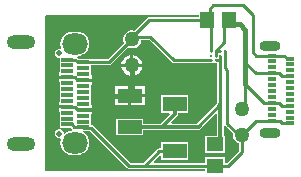
<source format=gbr>
%TF.GenerationSoftware,Altium Limited,Altium Designer,22.10.1 (41)*%
G04 Layer_Physical_Order=1*
G04 Layer_Color=255*
%FSLAX45Y45*%
%MOMM*%
%TF.SameCoordinates,7C4CEE53-0205-4E42-98F0-91463D168F18*%
%TF.FilePolarity,Positive*%
%TF.FileFunction,Copper,L1,Top,Signal*%
%TF.Part,Single*%
G01*
G75*
%TA.AperFunction,SMDPad,CuDef*%
%ADD10R,1.00000X0.30000*%
%TA.AperFunction,BGAPad,SMDef*%
%ADD11C,0.22500*%
%TA.AperFunction,ConnectorPad*%
%ADD12R,0.80000X0.30000*%
%TA.AperFunction,SMDPad,CuDef*%
%ADD13R,1.20000X1.40000*%
%ADD14R,1.40000X1.20000*%
%ADD15R,2.03200X1.14300*%
%ADD16R,2.10000X1.27000*%
%TA.AperFunction,Conductor*%
%ADD17C,0.25400*%
%ADD18C,0.38100*%
%ADD19C,0.30000*%
%TA.AperFunction,ComponentPad*%
%ADD20O,2.20000X1.80000*%
%ADD21O,2.40000X1.20000*%
%ADD22C,0.50002*%
%ADD23O,1.80000X0.90000*%
%TA.AperFunction,ViaPad*%
%ADD24C,1.27000*%
G36*
X1806500Y1503464D02*
X1386840D01*
X1377203Y1501547D01*
X1369033Y1496088D01*
X1259591Y1386646D01*
X1252000Y1388680D01*
X1232120D01*
X1212918Y1383535D01*
X1195702Y1373595D01*
X1181645Y1359538D01*
X1171705Y1342322D01*
X1166560Y1323120D01*
Y1303240D01*
X1171705Y1284038D01*
X1173754Y1280489D01*
X1035119Y1141854D01*
X890416D01*
Y1143670D01*
X830849D01*
X828416Y1144154D01*
X791461D01*
X778428Y1157187D01*
X777173Y1158026D01*
X777156Y1158300D01*
X780661Y1170969D01*
X803035Y1173915D01*
X827848Y1184193D01*
X849155Y1200542D01*
X865505Y1221849D01*
X875783Y1246662D01*
X879288Y1273289D01*
X875783Y1299917D01*
X865505Y1324729D01*
X849155Y1346036D01*
X827848Y1362386D01*
X803035Y1372664D01*
X776408Y1376169D01*
X736408D01*
X709781Y1372664D01*
X684968Y1362386D01*
X663661Y1346036D01*
X647312Y1324729D01*
X637034Y1299917D01*
X633528Y1273289D01*
X637034Y1246662D01*
X639199Y1241436D01*
X633752Y1234819D01*
X629698Y1231185D01*
X616040D01*
X602440Y1225552D01*
X592032Y1215143D01*
X586399Y1201543D01*
Y1186824D01*
X592032Y1173224D01*
X602440Y1162815D01*
X616040Y1157182D01*
X630759D01*
X631420Y1156741D01*
Y1032082D01*
X618020D01*
Y1004382D01*
X693420D01*
Y978982D01*
X618020D01*
Y951282D01*
X631420D01*
Y864687D01*
Y782080D01*
X618020D01*
Y754380D01*
X693420D01*
Y728980D01*
X618020D01*
Y701280D01*
X631420D01*
Y564680D01*
X719805D01*
X733308Y551176D01*
X734317Y550502D01*
X731236Y537287D01*
X709791Y534464D01*
X684978Y524186D01*
X673101Y515072D01*
X660401Y521335D01*
Y521535D01*
X654768Y535134D01*
X644359Y545543D01*
X630760Y551176D01*
X616040D01*
X602440Y545543D01*
X592032Y535134D01*
X586399Y521535D01*
Y506815D01*
X592032Y493215D01*
X602440Y482807D01*
X616040Y477174D01*
X629700D01*
X633749Y473543D01*
X639201Y466923D01*
X637044Y461717D01*
X633538Y435089D01*
X637044Y408462D01*
X647322Y383649D01*
X663671Y362342D01*
X684978Y345993D01*
X709791Y335715D01*
X736418Y332209D01*
X776418D01*
X803046Y335715D01*
X827858Y345993D01*
X849165Y362342D01*
X865515Y383649D01*
X875793Y408462D01*
X879298Y435089D01*
X875793Y461717D01*
X865515Y486529D01*
X849165Y507836D01*
X827858Y524186D01*
X821103Y526984D01*
X823629Y539684D01*
X885201D01*
X1199952Y224932D01*
X1208123Y219473D01*
X1217760Y217556D01*
X1861100D01*
Y200660D01*
X505460D01*
Y1514276D01*
X510540Y1516380D01*
X1806500D01*
Y1503464D01*
D02*
G37*
G36*
X1575152Y1117192D02*
X1583322Y1111733D01*
X1592960Y1109816D01*
X1910080D01*
X1912162Y1110230D01*
X1913125D01*
X1914014Y1110599D01*
X1919718Y1111733D01*
X1927887Y1117192D01*
X1938611Y1110381D01*
X1938863Y1110213D01*
X1948500Y1108296D01*
X1963316D01*
Y774029D01*
X1963066Y773655D01*
X1962979Y773214D01*
X1787523Y597759D01*
X1575304D01*
X1570444Y609492D01*
X1619665Y658713D01*
X1619666Y658714D01*
X1625634Y667645D01*
X1627729Y678180D01*
X1631371Y689420D01*
X1717200D01*
Y840420D01*
X1483200D01*
Y689420D01*
X1555915D01*
X1560775Y677687D01*
X1480847Y597759D01*
X1335340D01*
Y639380D01*
X1108140D01*
Y501080D01*
X1335340D01*
Y542701D01*
X1795610D01*
X1806145Y544796D01*
X1815076Y550764D01*
X1821043Y559695D01*
X1821131Y560136D01*
X1949238Y688242D01*
X1960971Y683382D01*
Y494740D01*
X1861100D01*
Y350740D01*
X2025100D01*
Y494740D01*
X2016029D01*
Y578832D01*
X2028729Y582685D01*
X2029432Y581632D01*
X2094620Y516444D01*
X2093660Y512860D01*
Y492980D01*
X2098805Y473778D01*
X2108745Y456562D01*
X2122802Y442505D01*
X2140018Y432565D01*
X2143976Y431505D01*
Y366032D01*
X2045869Y267924D01*
X2025100D01*
Y314740D01*
X1861100D01*
Y267924D01*
X1427573D01*
X1422713Y279657D01*
X1470500Y327445D01*
X1483200Y322184D01*
Y292420D01*
X1717200D01*
Y443420D01*
X1483200D01*
Y389723D01*
X1471979D01*
X1462341Y387806D01*
X1454171Y382347D01*
X1339749Y267924D01*
X1228192D01*
X912964Y583151D01*
X904794Y588610D01*
X895157Y590527D01*
X890416D01*
Y676284D01*
X903816D01*
Y703984D01*
X828416D01*
Y729384D01*
X903816D01*
Y757084D01*
X890416D01*
Y839684D01*
Y926276D01*
X903816D01*
Y953976D01*
X828416D01*
Y979376D01*
X903816D01*
Y1007076D01*
X890416D01*
Y1091487D01*
X1045550D01*
X1055188Y1093403D01*
X1063358Y1098863D01*
X1209369Y1244874D01*
X1212918Y1242825D01*
X1232120Y1237680D01*
X1252000D01*
X1271202Y1242825D01*
X1288418Y1252765D01*
X1302475Y1266822D01*
X1312415Y1284038D01*
X1317560Y1303240D01*
Y1307436D01*
X1384908D01*
X1575152Y1117192D01*
D02*
G37*
%LPC*%
G36*
X1252220Y1180833D02*
Y1104900D01*
X1328153D01*
X1322362Y1126514D01*
X1310658Y1146786D01*
X1294106Y1163338D01*
X1273834Y1175042D01*
X1252220Y1180833D01*
D02*
G37*
G36*
X1226820D02*
X1205206Y1175042D01*
X1184934Y1163338D01*
X1168382Y1146786D01*
X1156678Y1126514D01*
X1150887Y1104900D01*
X1226820D01*
Y1180833D01*
D02*
G37*
G36*
X1328153Y1079500D02*
X1252220D01*
Y1003567D01*
X1273834Y1009358D01*
X1294106Y1021062D01*
X1310658Y1037614D01*
X1322362Y1057886D01*
X1328153Y1079500D01*
D02*
G37*
G36*
X1226820D02*
X1150887D01*
X1156678Y1057886D01*
X1168382Y1037614D01*
X1184934Y1021062D01*
X1205206Y1009358D01*
X1226820Y1003567D01*
Y1079500D01*
D02*
G37*
G36*
X1348740Y919480D02*
X1234440D01*
Y849630D01*
X1348740D01*
Y919480D01*
D02*
G37*
G36*
X1209040D02*
X1094740D01*
Y849630D01*
X1209040D01*
Y919480D01*
D02*
G37*
G36*
X1348740Y824230D02*
X1234440D01*
Y754380D01*
X1348740D01*
Y824230D01*
D02*
G37*
G36*
X1209040D02*
X1094740D01*
Y754380D01*
X1209040D01*
Y824230D01*
D02*
G37*
%LPD*%
D10*
X828416Y1116670D02*
D03*
Y1066673D02*
D03*
Y1016668D02*
D03*
Y966676D02*
D03*
Y916681D02*
D03*
Y866684D02*
D03*
Y816689D02*
D03*
Y766689D02*
D03*
Y716684D02*
D03*
Y666684D02*
D03*
Y616684D02*
D03*
Y566684D02*
D03*
X693420Y591680D02*
D03*
Y641683D02*
D03*
Y691678D02*
D03*
Y741680D02*
D03*
Y791680D02*
D03*
Y841685D02*
D03*
Y891687D02*
D03*
Y941682D02*
D03*
Y991682D02*
D03*
Y1041684D02*
D03*
Y1091679D02*
D03*
Y1141679D02*
D03*
D11*
X2028500Y1133480D02*
D03*
X1988500D02*
D03*
X1948500D02*
D03*
X1908500D02*
D03*
X2028500Y1173480D02*
D03*
X1988500D02*
D03*
X1948500D02*
D03*
X1908500D02*
D03*
X2028500Y1213480D02*
D03*
X1988500D02*
D03*
X1948500D02*
D03*
X1908500D02*
D03*
D12*
X2574954Y600001D02*
D03*
Y650001D02*
D03*
Y700001D02*
D03*
Y750001D02*
D03*
Y800001D02*
D03*
Y850001D02*
D03*
Y900000D02*
D03*
Y950000D02*
D03*
Y1000000D02*
D03*
Y1050000D02*
D03*
Y1100000D02*
D03*
X2575000Y1150000D02*
D03*
X2425005Y1174994D02*
D03*
Y1124994D02*
D03*
Y1074994D02*
D03*
Y1024994D02*
D03*
Y974994D02*
D03*
Y924994D02*
D03*
Y874994D02*
D03*
Y824994D02*
D03*
Y774994D02*
D03*
Y724994D02*
D03*
Y674995D02*
D03*
Y624995D02*
D03*
D13*
X1878500Y1478280D02*
D03*
X2058500D02*
D03*
D14*
X1943100Y242740D02*
D03*
Y422740D02*
D03*
D15*
X1221740Y570230D02*
D03*
Y836930D02*
D03*
D16*
X1600200Y764920D02*
D03*
Y367920D02*
D03*
D17*
X1261500Y1332620D02*
X1395340D01*
X1592960Y1135000D01*
X1242060Y1313180D02*
X1261500Y1332620D01*
X1242060Y1313180D02*
Y1333500D01*
X1386840Y1478280D01*
X828416Y1116670D02*
X1045550D01*
X1242060Y1313180D01*
X1592960Y1135000D02*
X1910080D01*
X1386840Y1478280D02*
X1878500D01*
X1350180Y242740D02*
X1943100D01*
X1350180D02*
X1471979Y364539D01*
X1596819D02*
X1600200Y367920D01*
X1217760Y242740D02*
X1350180D01*
X1471979Y364539D02*
X1596819D01*
X1943100Y242740D02*
X2056300D01*
X895157Y565344D02*
X1217760Y242740D01*
X2056300D02*
X2169160Y355600D01*
X1795610Y570230D02*
X1988500Y763120D01*
X2169160Y723900D02*
Y751393D01*
X2196812Y779045D02*
Y934432D01*
X2169160Y751393D02*
X2196812Y779045D01*
X2197100Y934720D02*
X2356826Y774994D01*
X2425005D01*
X1988500Y763120D02*
Y1133480D01*
Y1173480D01*
X1948500Y1133480D02*
X1988500D01*
X2169160Y502920D02*
X2291235Y624995D01*
X2047240Y599440D02*
X2143760Y502920D01*
X2169160D01*
X2047240Y599440D02*
Y1054651D01*
X2169160Y355600D02*
Y502920D01*
X829757Y565344D02*
X895157D01*
X826116Y568984D02*
X829757Y565344D01*
X2028500Y1073391D02*
X2047240Y1054651D01*
X2028500Y1073391D02*
Y1133480D01*
X1879941Y1476839D02*
X1898473Y1495371D01*
X781030Y1118970D02*
X828416D01*
X2197100Y1115060D02*
X2287166Y1024994D01*
X775200Y718984D02*
X828416D01*
Y966676D02*
X830716Y964376D01*
X826116Y968976D02*
X828416Y966676D01*
X2548309Y1151691D02*
X2573309D01*
X2289566Y1174994D02*
X2425005D01*
X2525006D01*
X2548309Y1151691D01*
X2260600Y1203960D02*
X2289566Y1174994D01*
X2260600Y1203960D02*
Y1516380D01*
X2425005Y772694D02*
X2486126D01*
X2021840Y1286820D02*
Y1441620D01*
X1948500Y1213480D02*
X2021840Y1286820D01*
X1948500Y1213480D02*
X1988500D01*
X2021840Y1441620D02*
X2058500Y1478280D01*
X1948500Y1173480D02*
Y1213480D01*
X2028500Y1133480D02*
Y1173480D01*
Y1213480D01*
X1879941Y1476839D02*
X1908500Y1448280D01*
Y1213480D02*
Y1448280D01*
X1927171Y1600200D02*
X2176780D01*
X1898473Y1495371D02*
Y1571501D01*
X1927171Y1600200D01*
X2176780D02*
X2260600Y1516380D01*
X2287166Y1024994D02*
X2425005D01*
X2485286D01*
X2291235Y624995D02*
X2425005D01*
X2489046D01*
X691120Y593980D02*
X693420Y591680D01*
X926744Y716684D02*
X1043560Y833500D01*
X830716Y964376D02*
X912684D01*
X1043560Y833500D01*
X828416Y716684D02*
X926744D01*
X2485286Y1024994D02*
X2510280Y1000000D01*
X2574954D01*
X2486126Y772694D02*
X2508819Y750001D01*
X2574954D01*
X2514039Y600001D02*
X2574954D01*
X2489046Y624995D02*
X2514039Y600001D01*
X775187Y968976D02*
X826116D01*
X754781Y989382D02*
X775187Y968976D01*
X693420Y991682D02*
X695720Y989382D01*
X754781D01*
X730720Y1139379D02*
X760621D01*
X781030Y1118970D01*
X728420Y1141679D02*
X730720Y1139379D01*
X754804Y739380D02*
X775200Y718984D01*
X695720Y739380D02*
X754804D01*
X693420Y741680D02*
X695720Y739380D01*
X693420Y591680D02*
X728420D01*
X751116Y568984D02*
X826116D01*
X728420Y591680D02*
X751116Y568984D01*
D18*
X1239520Y854710D02*
Y1092200D01*
X1221740Y836930D02*
X1239520Y854710D01*
X2197100Y934720D02*
Y1115060D01*
X1043560Y833500D02*
X1221740D01*
X2197100Y1115060D02*
Y1394460D01*
X2153201Y1438359D02*
X2197100Y1394460D01*
X2062313Y1475496D02*
Y1479211D01*
X2099450Y1438359D02*
X2153201D01*
X2062313Y1475496D02*
X2099450Y1438359D01*
D19*
X1943100Y422740D02*
X1943500D01*
X1988500Y467740D02*
Y763120D01*
X1943500Y422740D02*
X1988500Y467740D01*
X1492250Y570230D02*
X1795610D01*
X1221740D02*
X1492250D01*
X1600200Y678180D02*
Y764920D01*
X1492250Y570230D02*
X1600200Y678180D01*
D20*
X756418Y435089D02*
D03*
X756408Y1273289D02*
D03*
D21*
X303414Y1286200D02*
D03*
Y422173D02*
D03*
D22*
X623400Y514175D02*
D03*
Y1194184D02*
D03*
D23*
X2404956Y517502D02*
D03*
X2404999Y1257500D02*
D03*
D24*
X1242060Y1313180D02*
D03*
X1239520Y1092200D02*
D03*
X2169160Y502920D02*
D03*
Y723900D02*
D03*
%TF.MD5,bb51ab0f9a076c2214b95f5dc6b1ffc1*%
M02*

</source>
